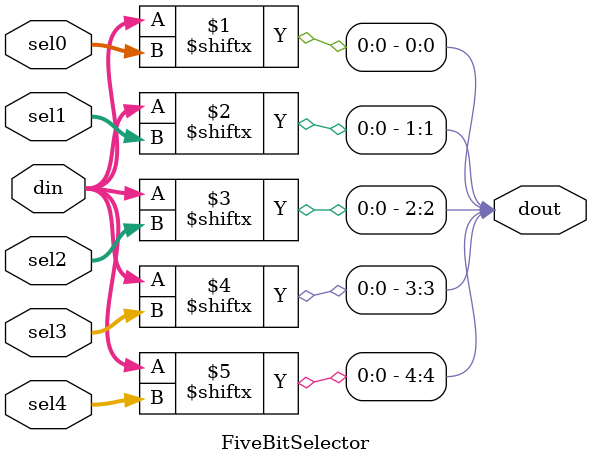
<source format=v>
module FiveBitSelector(sel0, sel1, sel2, sel3, sel4, din, dout);
    input [4:0] sel0, sel1, sel2, sel3, sel4;
    input [24:0] din;
    output [4:0] dout;

    assign dout = {din[sel4], din[sel3], din[sel2], din[sel1], din[sel0]};
endmodule

</source>
